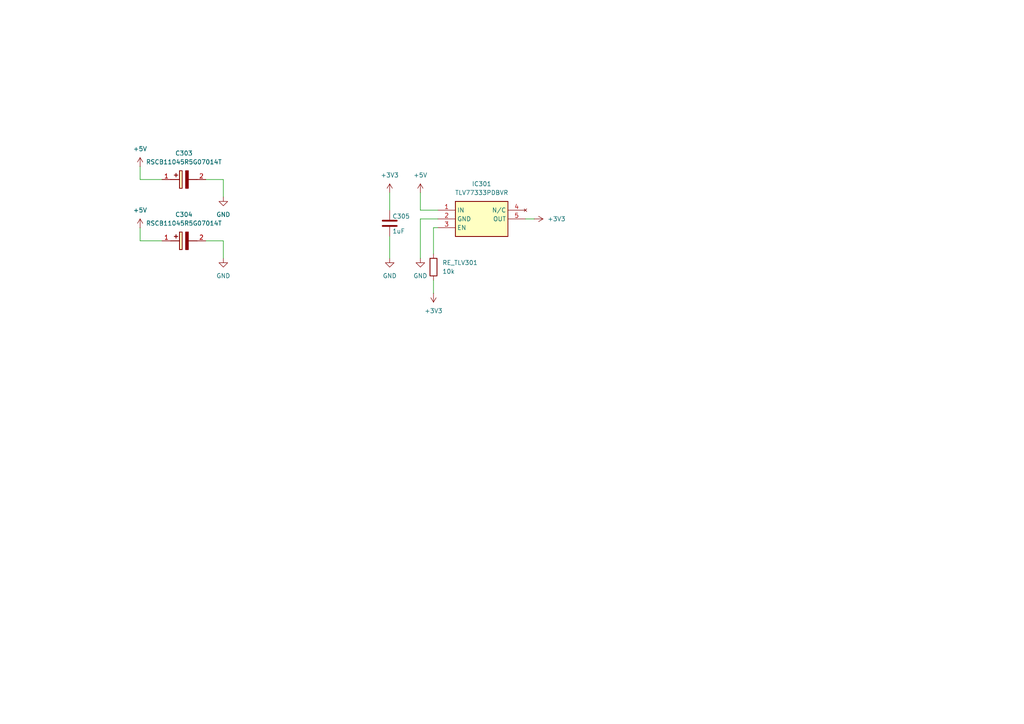
<source format=kicad_sch>
(kicad_sch (version 20250114) (generator "eeschema") (generator_version "9.0")
  (paper "A4")
  (lib_symbols
    (symbol "Device:C" (pin_numbers (hide yes)) (pin_names (offset 0.254))
      (property "Reference" "C" (at 0.635 2.54 0))
      (property "Value" "C" (at 0.635 -2.54 0))
      (symbol "C_0_1"
        (polyline (pts (xy -2.032 0.762) (xy 2.032 0.762)) (stroke (width 0.508)))
        (polyline (pts (xy -2.032 -0.762) (xy 2.032 -0.762)) (stroke (width 0.508)))
      )
      (symbol "C_1_1"
        (pin passive line (at 0 3.81 270) (length 2.794) (name "~") (number "1"))
        (pin passive line (at 0 -3.81 90) (length 2.794) (name "~") (number "2"))
      )
    )
    (symbol "Device:R" (pin_numbers (hide yes)) (pin_names (offset 0))
      (property "Reference" "R" (at 2.032 0 90))
      (property "Value" "R" (at 0 0 90))
      (symbol "R_0_1"
        (rectangle (start -1.016 -2.54) (end 1.016 2.54) (stroke (width 0.254)))
      )
      (symbol "R_1_1"
        (pin passive line (at 0 3.81 270) (length 1.27) (name "~") (number "1"))
        (pin passive line (at 0 -3.81 90) (length 1.27) (name "~") (number "2"))
      )
    )
    (symbol "RSCB11045R5G07014T:RSCB11045R5G07014T" (pin_names (hide yes))
      (property "Reference" "C" (at 8.89 6.35 0))
      (property "Value" "RSCB11045R5G07014T" (at 8.89 3.81 0))
      (symbol "RSCB11045R5G07014T_1_1"
        (polyline (pts (xy 2.54 0) (xy 5.08 0)) (stroke (width 0.254)))
        (polyline (pts (xy 4.064 1.778) (xy 4.064 0.762)) (stroke (width 0.254)))
        (polyline (pts (xy 4.572 1.27) (xy 3.556 1.27)) (stroke (width 0.254)))
        (rectangle (start 5.08 2.54) (end 5.842 -2.54) (stroke (width 0.254)) (fill (type background)))
        (polyline (pts (xy 7.62 2.54) (xy 7.62 -2.54) (xy 6.858 -2.54) (xy 6.858 2.54) (xy 7.62 2.54)) (stroke (width 0.254)) (fill (type outline)))
        (polyline (pts (xy 7.62 0) (xy 10.16 0)) (stroke (width 0.254)))
        (pin passive line (at 0 0 0) (length 2.54) (name "+") (number "1"))
        (pin passive line (at 12.7 0 180) (length 2.54) (name "-") (number "2"))
      )
    )
    (symbol "TLV77333PDBVR:TLV77333PDBVR"
      (property "Reference" "IC" (at 21.59 7.62 0))
      (property "Value" "TLV77333PDBVR" (at 21.59 5.08 0))
      (symbol "TLV77333PDBVR_1_1"
        (rectangle (start 5.08 2.54) (end 20.32 -7.62) (stroke (width 0.254)) (fill (type background)))
        (pin passive line (at 0 0 0) (length 5.08) (name "IN") (number "1"))
        (pin passive line (at 0 -2.54 0) (length 5.08) (name "GND") (number "2"))
        (pin passive line (at 0 -5.08 0) (length 5.08) (name "EN") (number "3"))
        (pin no_connect line (at 25.4 0 180) (length 5.08) (name "N/C") (number "4"))
        (pin passive line (at 25.4 -2.54 180) (length 5.08) (name "OUT") (number "5"))
      )
    )
    (symbol "power:+3V3" (power) (pin_numbers (hide yes)) (pin_names (offset 0) (hide yes))
      (property "Value" "+3V3" (at 0 3.556 0))
      (symbol "+3V3_0_1"
        (polyline (pts (xy -0.762 1.27) (xy 0 2.54)))
        (polyline (pts (xy 0 2.54) (xy 0.762 1.27)))
        (polyline (pts (xy 0 0) (xy 0 2.54)))
      )
      (symbol "+3V3_1_1"
        (pin power_in line (at 0 0 90) (length 0) (name "~") (number "1"))
      )
    )
    (symbol "power:+5V" (power) (pin_numbers (hide yes)) (pin_names (offset 0) (hide yes))
      (property "Value" "+5V" (at 0 3.556 0))
      (symbol "+5V_0_1"
        (polyline (pts (xy -0.762 1.27) (xy 0 2.54)))
        (polyline (pts (xy 0 2.54) (xy 0.762 1.27)))
        (polyline (pts (xy 0 0) (xy 0 2.54)))
      )
      (symbol "+5V_1_1"
        (pin power_in line (at 0 0 90) (length 0) (name "~") (number "1"))
      )
    )
    (symbol "power:GND" (power) (pin_numbers (hide yes)) (pin_names (offset 0) (hide yes))
      (property "Value" "GND" (at 0 -3.81 0))
      (symbol "GND_0_1"
        (polyline (pts (xy 0 0) (xy 0 -1.27) (xy 1.27 -1.27) (xy 0 -2.54) (xy -1.27 -1.27) (xy 0 -1.27)))
      )
      (symbol "GND_1_1"
        (pin power_in line (at 0 0 270) (length 0) (name "~") (number "1"))
      )
    )
  )
  (wire (pts (xy 125.73 81.28) (xy 125.73 85.09)))
  (wire (pts (xy 59.69 52.07) (xy 64.77 52.07)))
  (wire (pts (xy 127 66.04) (xy 125.73 66.04)))
  (wire (pts (xy 113.03 55.88) (xy 113.03 60.96)))
  (wire (pts (xy 40.64 66.04) (xy 40.64 69.85)))
  (wire (pts (xy 113.03 68.58) (xy 113.03 74.93)))
  (wire (pts (xy 121.92 74.93) (xy 121.92 63.5)))
  (wire (pts (xy 40.64 69.85) (xy 46.99 69.85)))
  (wire (pts (xy 64.77 69.85) (xy 64.77 74.93)))
  (wire (pts (xy 40.64 52.07) (xy 46.99 52.07)))
  (wire (pts (xy 59.69 69.85) (xy 64.77 69.85)))
  (wire (pts (xy 125.73 66.04) (xy 125.73 73.66)))
  (wire (pts (xy 40.64 48.26) (xy 40.64 52.07)))
  (wire (pts (xy 121.92 60.96) (xy 121.92 55.88)))
  (wire (pts (xy 121.92 63.5) (xy 127 63.5)))
  (wire (pts (xy 64.77 52.07) (xy 64.77 57.15)))
  (wire (pts (xy 121.92 60.96) (xy 127 60.96)))
  (wire (pts (xy 154.94 63.5) (xy 152.4 63.5)))
  (symbol (lib_id "power:GND") (at 113.03 74.93 0) (unit 1)
    (property "Reference" "#PWR0327" (effects (hide yes)))
    (property "Value" "GND" (at 113.03 80.01 0))
    (property "Description" "Power symbol creates a global label with name \"GND\" , ground" (effects (hide yes)))
  )
  (symbol (lib_id "power:GND") (at 64.77 74.93 0) (unit 1)
    (property "Reference" "#PWR0325" (effects (hide yes)))
    (property "Value" "GND" (at 64.77 80.01 0))
    (property "Description" "Power symbol creates a global label with name \"GND\" , ground" (effects (hide yes)))
  )
  (symbol (lib_id "Device:R") (at 125.73 77.47 0) (unit 1)
    (property "Reference" "RE_TLV301" (at 128.27 76.1999 0) (effects (justify left)))
    (property "Value" "10k" (at 128.27 78.7399 0) (effects (justify left)))
    (property "Footprint" "Resistor_SMD:R_0603_1608Metric" (effects (hide yes)))
    (property "Description" "Resistor" (effects (hide yes)))
  )
  (symbol (lib_id "power:+5V") (at 121.92 55.88 0) (unit 1)
    (property "Reference" "#PWR0328" (effects (hide yes)))
    (property "Value" "+5V" (at 121.92 50.8 0))
    (property "Description" "Power symbol creates a global label with name \"+5V\"" (effects (hide yes)))
  )
  (symbol (lib_id "power:GND") (at 64.77 57.15 0) (unit 1)
    (property "Reference" "#PWR0324" (effects (hide yes)))
    (property "Value" "GND" (at 64.77 62.23 0))
    (property "Description" "Power symbol creates a global label with name \"GND\" , ground" (effects (hide yes)))
  )
  (symbol (lib_id "RSCB11045R5G07014T:RSCB11045R5G07014T") (at 46.99 52.07 0) (unit 1)
    (property "Reference" "C303" (at 53.34 44.45 0))
    (property "Value" "RSCB11045R5G07014T" (at 53.34 46.99 0))
    (property "Footprint" "RSCB11045R5G07014T:RSCB11045R5G07014T" (effects (hide yes)))
    (property "Datasheet" "https://www.mouser.de/datasheet/2/129/db_dbne-1165642.pdf" (effects (hide yes)))
    (property "Description" "Supercapacitors / Ultracapacitors MEM CAP 5.5V 0.1F" (effects (hide yes)))
    (property "Height" "7.5" (effects (hide yes)))
    (property "Manufacturer_Name" "Elna" (effects (hide yes)))
    (property "Manufacturer_Part_Number" "RSCB11045R5G07014T" (effects (hide yes)))
  )
  (symbol (lib_id "power:GND") (at 121.92 74.93 0) (unit 1)
    (property "Reference" "#PWR0329" (effects (hide yes)))
    (property "Value" "GND" (at 121.92 80.01 0))
    (property "Description" "Power symbol creates a global label with name \"GND\" , ground" (effects (hide yes)))
  )
  (symbol (lib_id "power:+3V3") (at 154.94 63.5 270) (unit 1)
    (property "Reference" "#PWR0331" (effects (hide yes)))
    (property "Value" "+3V3" (at 158.75 63.4999 90) (effects (justify left)))
    (property "Description" "Power symbol creates a global label with name \"+3V3\"" (effects (hide yes)))
  )
  (symbol (lib_id "TLV77333PDBVR:TLV77333PDBVR") (at 127 60.96 0) (unit 1)
    (property "Reference" "IC301" (at 139.7 53.34 0))
    (property "Value" "TLV77333PDBVR" (at 139.7 55.88 0))
    (property "Footprint" "TLV77333PDBVR:SOT95P280X145-5N" (effects (hide yes)))
    (property "Datasheet" "https://www.ti.com/lit/ds/symlink/tlv773.pdf?ts=1724142940835&ref_url=https%253A%252F%252Fwww.mouser.in%252F" (effects (hide yes)))
    (property "Description" "High PSRR: Up to 80dB  72dB (1kHz)  55dB (1MHz)  VIN range: 1.4V to 5.5V  Fixed output voltage range: 0.6V to 3.3V  Output voltage accuracy: 2%  Low dropout voltage:  180mV at 300mA (3.3VOUT, DQN package)  Foldback current limit  Active output pulldown resistor" (effects (hide yes)))
    (property "Height" "1.45" (effects (hide yes)))
    (property "Mouser Part Number" "595-TLV77333PDBVR" (effects (hide yes)))
    (property "Mouser Price/Stock" "https://www.mouser.co.uk/ProductDetail/Texas-Instruments/TLV77333PDBVR?qs=i8QVZAFTkqReVjswJP1RYw%3D%3D" (effects (hide yes)))
    (property "Manufacturer_Name" "Texas Instruments" (effects (hide yes)))
    (property "Manufacturer_Part_Number" "TLV77333PDBVR" (effects (hide yes)))
  )
  (symbol (lib_id "power:+5V") (at 40.64 48.26 0) (unit 1)
    (property "Reference" "#PWR0322" (effects (hide yes)))
    (property "Value" "+5V" (at 40.64 43.18 0))
    (property "Description" "Power symbol creates a global label with name \"+5V\"" (effects (hide yes)))
  )
  (symbol (lib_id "power:+3V3") (at 125.73 85.09 180) (unit 1)
    (property "Reference" "#PWR0330" (effects (hide yes)))
    (property "Value" "+3V3" (at 125.73 90.17 0))
    (property "Description" "Power symbol creates a global label with name \"+3V3\"" (effects (hide yes)))
  )
  (symbol (lib_id "power:+3V3") (at 113.03 55.88 0) (unit 1)
    (property "Reference" "#PWR0326" (effects (hide yes)))
    (property "Value" "+3V3" (at 113.03 50.8 0))
    (property "Description" "Power symbol creates a global label with name \"+3V3\"" (effects (hide yes)))
  )
  (symbol (lib_id "RSCB11045R5G07014T:RSCB11045R5G07014T") (at 46.99 69.85 0) (unit 1)
    (property "Reference" "C304" (at 53.34 62.23 0))
    (property "Value" "RSCB11045R5G07014T" (at 53.34 64.77 0))
    (property "Footprint" "RSCB11045R5G07014T:RSCB11045R5G07014T" (effects (hide yes)))
    (property "Datasheet" "https://www.mouser.de/datasheet/2/129/db_dbne-1165642.pdf" (effects (hide yes)))
    (property "Description" "Supercapacitors / Ultracapacitors MEM CAP 5.5V 0.1F" (effects (hide yes)))
    (property "Height" "7.5" (effects (hide yes)))
    (property "Manufacturer_Name" "Elna" (effects (hide yes)))
    (property "Manufacturer_Part_Number" "RSCB11045R5G07014T" (effects (hide yes)))
  )
  (symbol (lib_id "Device:C") (at 113.03 64.77 0) (unit 1)
    (property "Reference" "C305" (at 113.792 62.738 0) (effects (justify left)))
    (property "Value" "1uF" (at 113.792 67.056 0) (effects (justify left)))
    (property "Footprint" "Capacitor_SMD:C_0805_2012Metric_Pad1.18x1.45mm_HandSolder" (effects (hide yes)))
    (property "Description" "Unpolarized capacitor" (effects (hide yes)))
  )
  (symbol (lib_id "power:+5V") (at 40.64 66.04 0) (unit 1)
    (property "Reference" "#PWR0323" (effects (hide yes)))
    (property "Value" "+5V" (at 40.64 60.96 0))
    (property "Description" "Power symbol creates a global label with name \"+5V\"" (effects (hide yes)))
  )
)
</source>
